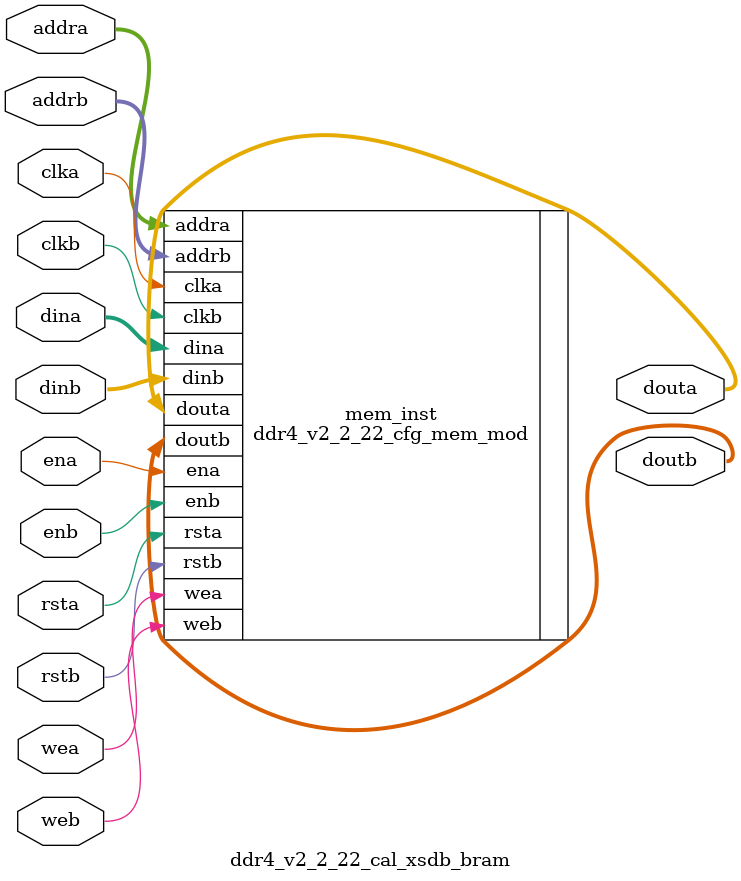
<source format=sv>
/******************************************************************************

******************************************************************************/
//   ____  ____
//  /   /\/   /
// /___/  \  /    Vendor             : AMD
// \   \   \/     Version            : 2.0
//  \   \         Application        : MIG
//  /   /         Filename           : ddr4_v2_2_22_cal_xsdb_bram.sv
// /___/   /\     Date Last Modified : $Date: 2015/04/23 $
// \   \  /  \    Date Created       : Tue May 13 2014
//  \___\/\___\
//
// Device           : UltraScale
// Design Name      : DDR4 SDRAM & DDR3 SDRAM
// Purpose          :
//                   ddr4_v2_2_22_cal_xsdb_bram module
// Reference        :
// Revision History :
//*****************************************************************************
`timescale 1ns / 1ps

(* bram_map="yes" *)

module ddr4_v2_2_22_cal_xsdb_bram
    #(	
    
		parameter       	  MEM                        	  =  "DDR4"
		,parameter       	  DBYTES                     	  =  8 //4
		,parameter            START_ADDRESS                   =  18
		,parameter  		  SPREAD_SHEET_VERSION            =  2
		,parameter            RTL_VERSION                     =  0
		,parameter            MEM_CODE                        =  0
		,parameter  		  MEMORY_TYPE                     =  (MEM == "DDR4") ? 2 : 1
		,parameter            MEMORY_CONFIGURATION            =  1
		,parameter            MEMORY_VOLTAGE                  =  1
        ,parameter            CLKFBOUT_MULT_PLL               =  4
        ,parameter            DIVCLK_DIVIDE_PLL               =  1
        ,parameter            CLKOUT0_DIVIDE_PLL              =  1
        ,parameter            CLKFBOUT_MULT_MMCM              =  4
        ,parameter            DIVCLK_DIVIDE_MMCM              =  1
        ,parameter            CLKOUT0_DIVIDE_MMCM             =  4
		,parameter  		  DQBITS	                      =  64
		,parameter			  NIBBLE                          =  DQBITS/4
		,parameter  		  BITS_PER_BYTE                   =  8 //DQBITS/DBYTES
		,parameter  		  SLOTS                   =  1
		,parameter  		  ABITS                           =  10
		,parameter  		  BABITS                          =  2
		,parameter       	  BGBITS              	          =  2
		,parameter       	  CKEBITS                  		  =  4
		,parameter       	  CSBITS             	          =  4
		,parameter       	  ODTBITS                    	  =  4
		,parameter       	  DRAM_WIDTH                 	  =  8      // # of DQ per DQS
		,parameter       	  RANKS                      	  =  4 // 1      //1, 2, 3, or 4
		,parameter            S_HEIGHT                        =  1
		,parameter       	  nCK_PER_CLK                	  =  1      // # of memory CKs per fabric CLK
        ,parameter            tCK                             =  2000		
		,parameter       	  DM_DBI_SETTING             	  =  7     //// 3bits requried all 7
		,parameter            BISC_EN                         =  0
		,parameter       	  USE_CS_PORT             	      =  1     //// 1 bit
		,parameter            EXTRA_CMD_DELAY                 =  0     //// 1 bit
		,parameter            REG_CTRL_ON                     =  0     // RDIMM register control
		,parameter            CA_MIRROR                       =  0     //// 1 bit
		,parameter       	  DQS_GATE                   	  =  7
		,parameter       	  WRLVL                      	  =  7
		,parameter       	  RDLVL                      	  =  7
		,parameter       	  RDLVL_DBI                       =  7
		,parameter       	  WR_DQS_DQ                  	  =  7
		,parameter       	  WR_DQS_DM_DBI                   =  7
		,parameter            WRITE_LAT                       =  7
		,parameter       	  RDLVL_COMPLEX                   =  3     ///2 bits required all 3
		,parameter       	  WR_DQS_COMPLEX                  =  3     ///2 bits required all 3
		,parameter       	  DQS_TRACKING               	  =  3
		,parameter       	  RD_VREF                    	  =  3
		,parameter       	  RD_VREF_PATTERN                 =  3
		,parameter       	  WR_VREF                    	  =  3
		,parameter       	  WR_VREF_PATTERN                 =  3
		,parameter       	  DQS_SAMPLE_CNT             	  =  127
		,parameter       	  WRLVL_SAMPLE_CNT           	  =  255
		,parameter       	  RDLVL_SAMPLE_CNT           	  =  127
		,parameter       	  COMPLEX_LOOP_CNT           	  =  255
		,parameter       	  IODELAY_QTR_CK_TAP_CNT     	  =  255
		,parameter       	  DEBUG_MESSAGES     	          =  0
		,parameter         	  MR0                     		  =  13'b0000000110000
		,parameter         	  MR1                     		  =  13'b0000100000001 //RTT_NOM=RZQ/4 (60 Ohm)
		,parameter         	  MR2                     		  =  13'b0000000011000
		,parameter         	  MR3                     		  =  13'b0000000000000
		,parameter         	  MR4                     		  =  13'b0000000000000
		,parameter         	  MR5                     		  =  13'b0010000000000
		,parameter         	  MR6                     		  =  13'b0100000000000
		,parameter            ODTWR                           = 16'h0000
		,parameter            ODTRD                           = 16'h0000
		,parameter            SLOT0_CONFIG                    = 0     // all 9 bits
		,parameter            SLOT1_CONFIG                    = 0     // all 9 bits
		,parameter            SLOT0_FUNC_CS                   = 0     // all 9 bits
		,parameter            SLOT1_FUNC_CS                   = 0     // all 9 bits
		,parameter            SLOT0_ODD_CS                    = 0     // all 9 bits
		,parameter            SLOT1_ODD_CS                    = 0     // all 9 bits
		,parameter            DDR4_REG_RC03                   = 0     // all 9 bits
		,parameter            DDR4_REG_RC04                   = 0     // all 9 bits
		,parameter            DDR4_REG_RC05                   = 0     // all 9 bits
		,parameter            DDR4_REG_RC3X                   = 0     // all 9 bits
		
		,parameter         	  MR0_0                   		  =  MR0[8:0]
		,parameter         	  MR0_1                   		  =  {5'b0,MR0[12:9]}
		,parameter         	  MR1_0                   		  =  MR1[8:0]
		,parameter         	  MR1_1                   		  =  {5'b0,MR1[12:9]}
		,parameter         	  MR2_0                   	 	  =  MR2[8:0]
		,parameter         	  MR2_1                   		  =  {5'b0,MR2[12:9]}
		,parameter         	  MR3_0                   		  =  MR3[8:0]
		,parameter         	  MR3_1                   		  =  {5'b0,MR3[12:9]}
		,parameter         	  MR4_0                   		  =  MR4[8:0]
		,parameter         	  MR4_1                   		  =  {5'b0,MR4[12:9]}
		,parameter         	  MR5_0                   		  =  MR5[8:0]
		,parameter         	  MR5_1                   		  =  {5'b0,MR5[12:9]}
		,parameter         	  MR6_0                   		  =  MR6[8:0]
		,parameter         	  MR6_1                   		  =  {5'b0,MR6[12:9]}
  
       ,parameter NUM_BRAMS    = 1
	   ,parameter SIZE         = 36 * 1024 * NUM_BRAMS
    // Specify INITs as 9 bit blocks (256 locations per blockRAM)
       ,parameter ADDR_WIDTH   = 16
	   ,parameter DATA_WIDTH   = 9
       ,parameter PIPELINE_REG = 1 
    )
  (
	
		clka,
		clkb,
		ena,
		enb,
		addra,
		addrb,
		dina,
		dinb,
		douta,
		doutb,
		wea,
		web,
		rsta,
		rstb
);
input clka;
input clkb;
input ena;
input enb;
input [ADDR_WIDTH-1:0]addra;
input [ADDR_WIDTH-1:0]addrb;
input [DATA_WIDTH-1:0]dina;
input [DATA_WIDTH-1:0]dinb;
input wea;
input web;
input rsta;
input rstb;
output reg [DATA_WIDTH-1:0]douta;
output reg [DATA_WIDTH-1:0]doutb;


// Initial values to the BlockRam 0
localparam [8:0] mem0_init_0 = {4'b0,START_ADDRESS[4:0]};
localparam [8:0] mem0_init_1 = 9'b0;
localparam [8:0] mem0_init_2 = 9'b0;
localparam [8:0] mem0_init_3 = {5'b0,SPREAD_SHEET_VERSION[3:0]};
localparam [8:0] mem0_init_4 = {6'b0,MEMORY_TYPE[2:0]};
localparam [8:0] mem0_init_5 = RANKS;
localparam [8:0] mem0_init_6 = DBYTES[8:0]; // MAN - repeats DBYTES parameter (may hardwire to BYTES for initial SW compatability)
localparam [8:0] mem0_init_7 = NIBBLE[8:0];
localparam [8:0] mem0_init_8 = BITS_PER_BYTE[8:0];
localparam [8:0] mem0_init_9 = 9'b1;
localparam [8:0] mem0_init_10 = 9'b1;
localparam [8:0] mem0_init_11 = 9'b1;
localparam [8:0] mem0_init_12 = SLOTS;
localparam [8:0] mem0_init_13 = 9'b0;
localparam [8:0] mem0_init_14 = 9'b0;
localparam [8:0] mem0_init_15 = 9'b0;
localparam [8:0] mem0_init_16 = 9'b0;
localparam [8:0] mem0_init_17 = 9'b0;
localparam [8:0] mem0_init_18 = RTL_VERSION[8:0];
localparam [8:0] mem0_init_19 = 9'b0;
localparam [8:0] mem0_init_20 = NUM_BRAMS[8:0];
localparam [8:0] mem0_init_21 = {BGBITS[1:0],BABITS[1:0],ABITS[4:0]};
localparam [8:0] mem0_init_22 = {ODTBITS[2:0],CSBITS[2:0],CKEBITS[2:0]};
localparam [8:0] mem0_init_23 = DBYTES[8:0];
localparam [8:0] mem0_init_24 = DRAM_WIDTH[8:0];
localparam [8:0] mem0_init_25 = {CA_MIRROR[0],REG_CTRL_ON[0],EXTRA_CMD_DELAY[0],USE_CS_PORT[0],BISC_EN[0],DM_DBI_SETTING[2:0],nCK_PER_CLK[0]};
localparam [8:0] mem0_init_26 = {RDLVL[2:0],WRLVL[2:0],DQS_GATE[2:0]};
localparam [8:0] mem0_init_27 = {WR_DQS_DM_DBI[2:0],WR_DQS_DQ[2:0],RDLVL_DBI[2:0]};
localparam [8:0] mem0_init_28 = {WR_DQS_COMPLEX[2:0],RDLVL_COMPLEX[2:0],WRITE_LAT[2:0]};
localparam [8:0] mem0_init_29 = {DEBUG_MESSAGES[0],RD_VREF_PATTERN[1:0],WR_VREF_PATTERN[1:0],RD_VREF[1:0],WR_VREF[1:0]};
localparam [8:0] mem0_init_30 = {7'b0,DQS_TRACKING[1:0]};
localparam [8:0] mem0_init_31 = DQS_SAMPLE_CNT[8:0];
localparam [8:0] mem0_init_32 = WRLVL_SAMPLE_CNT[8:0];
localparam [8:0] mem0_init_33 = RDLVL_SAMPLE_CNT[8:0];
localparam [8:0] mem0_init_34 = COMPLEX_LOOP_CNT[8:0];
localparam [8:0] mem0_init_35 = IODELAY_QTR_CK_TAP_CNT[8:0];
localparam [8:0] mem0_init_36 = {5'b0,S_HEIGHT[3:0]};
localparam [8:0] mem0_init_37 = 9'b0;
localparam [8:0] mem0_init_38 = 9'b0;
localparam [8:0] mem0_init_39 = 9'b0;
localparam [8:0] mem0_init_40 = {1'b0, ODTWR[7:0]};
localparam [8:0] mem0_init_41 = {1'b0, ODTWR[15:8]};
localparam [8:0] mem0_init_42 = {1'b0, ODTRD[7:0]};
localparam [8:0] mem0_init_43 = {1'b0, ODTRD[15:8]};
localparam [8:0] mem0_init_44 = SLOT0_CONFIG;
localparam [8:0] mem0_init_45 = SLOT1_CONFIG;
localparam [8:0] mem0_init_46 = SLOT0_FUNC_CS;
localparam [8:0] mem0_init_47 = SLOT1_FUNC_CS;
localparam [8:0] mem0_init_48 = SLOT0_ODD_CS;
localparam [8:0] mem0_init_49 = SLOT1_ODD_CS;
localparam [8:0] mem0_init_50 = DDR4_REG_RC03;
localparam [8:0] mem0_init_51 = DDR4_REG_RC04;
localparam [8:0] mem0_init_52 = DDR4_REG_RC05;
localparam [8:0] mem0_init_53 = DDR4_REG_RC3X;
localparam [8:0] mem0_init_54 = MR0_0[8:0];
localparam [8:0] mem0_init_55 = MR0_1[8:0];
localparam [8:0] mem0_init_56 = MR1_0[8:0];
localparam [8:0] mem0_init_57 = MR1_1[8:0];
localparam [8:0] mem0_init_58 = MR2_0[8:0];
localparam [8:0] mem0_init_59 = MR2_1[8:0];
localparam [8:0] mem0_init_60 = MR3_0[8:0];
localparam [8:0] mem0_init_61 = MR3_1[8:0];
localparam [8:0] mem0_init_62 = MR4_0[8:0];
localparam [8:0] mem0_init_63 = MR4_1[8:0];
localparam [8:0] mem0_init_64 = MR5_0[8:0];
localparam [8:0] mem0_init_65 = MR5_1[8:0];
localparam [8:0] mem0_init_66 = MR6_0[8:0];
localparam [8:0] mem0_init_67 = MR6_1[8:0];
localparam [8:0] mem0_init_68 = 9'b0;
localparam [8:0] mem0_init_69 = tCK[8:0];
localparam [8:0] mem0_init_70 = tCK[16:9];
localparam [8:0] mem0_init_71 = MEMORY_CONFIGURATION[8:0];
localparam [8:0] mem0_init_72 = MEMORY_VOLTAGE[8:0];
localparam [8:0] mem0_init_73 = CLKFBOUT_MULT_PLL[8:0];
localparam [8:0] mem0_init_74 = DIVCLK_DIVIDE_PLL[8:0];
localparam [8:0] mem0_init_75 = CLKFBOUT_MULT_MMCM[8:0];
localparam [8:0] mem0_init_76 = DIVCLK_DIVIDE_MMCM[8:0];
localparam [8:0] mem0_init_77 = 9'b0;
localparam [8:0] mem0_init_78 = 9'b0;
localparam [8:0] mem0_init_79 = 9'b0;
localparam [8:0] mem0_init_80 = 9'b0;
localparam [8:0] mem0_init_81 = 9'b0;
localparam [8:0] mem0_init_82 = 9'b0;
localparam [8:0] mem0_init_83 = 9'b0;
localparam [8:0] mem0_init_84 = 9'b0;
localparam [8:0] mem0_init_85 = 9'b0;
localparam [8:0] mem0_init_86 = 9'b0;
localparam [8:0] mem0_init_87 = 9'b0;
localparam [8:0] mem0_init_88 = 9'b0;
localparam [8:0] mem0_init_89 = 9'b0;
localparam [8:0] mem0_init_90 = 9'b0;
localparam [8:0] mem0_init_91 = 9'b0;
localparam [8:0] mem0_init_92 = 9'b0;
localparam [8:0] mem0_init_93 = 9'b0;
localparam [8:0] mem0_init_94 = 9'b0;
localparam [8:0] mem0_init_95 = 9'b0;
localparam [8:0] mem0_init_96 = 9'b0;
localparam [8:0] mem0_init_97 = 9'b0;
localparam [8:0] mem0_init_98 = 9'b0;
localparam [8:0] mem0_init_99 = 9'b0;
localparam [8:0] mem0_init_100 = 9'b0;
localparam [8:0] mem0_init_101 = 9'b0;
localparam [8:0] mem0_init_102 = 9'b0;
localparam [8:0] mem0_init_103 = 9'b0;
localparam [8:0] mem0_init_104 = 9'b0;
localparam [8:0] mem0_init_105 = 9'b0;
localparam [8:0] mem0_init_106 = 9'b0;
localparam [8:0] mem0_init_107 = 9'b0;
localparam [8:0] mem0_init_108 = 9'b0;
localparam [8:0] mem0_init_109 = 9'b0;
localparam [8:0] mem0_init_110 = 9'b0;
localparam [8:0] mem0_init_111 = 9'b0;
localparam [8:0] mem0_init_112 = 9'b0;
localparam [8:0] mem0_init_113 = 9'b0;
localparam [8:0] mem0_init_114 = 9'b0;
localparam [8:0] mem0_init_115 = 9'b0;
localparam [8:0] mem0_init_116 = 9'b0;
localparam [8:0] mem0_init_117 = 9'b0;
localparam [8:0] mem0_init_118 = 9'b0;
localparam [8:0] mem0_init_119 = 9'b0;
localparam [8:0] mem0_init_120 = 9'b0;
localparam [8:0] mem0_init_121 = 9'b0;
localparam [8:0] mem0_init_122 = 9'b0;
localparam [8:0] mem0_init_123 = 9'b0;
localparam [8:0] mem0_init_124 = 9'b0;
localparam [8:0] mem0_init_125 = 9'b0;
localparam [8:0] mem0_init_126 = 9'b0;
localparam [8:0] mem0_init_127 = 9'b0;
localparam [8:0] mem0_init_128 = 9'b0;
localparam [8:0] mem0_init_129 = 9'b0;
localparam [8:0] mem0_init_130 = 9'b0;
localparam [8:0] mem0_init_131 = 9'b0;
localparam [8:0] mem0_init_132 = 9'b0;
localparam [8:0] mem0_init_133 = 9'b0;
localparam [8:0] mem0_init_134 = 9'b0;
localparam [8:0] mem0_init_135 = 9'b0;
localparam [8:0] mem0_init_136 = 9'b0;
localparam [8:0] mem0_init_137 = 9'b0;
localparam [8:0] mem0_init_138 = 9'b0;
localparam [8:0] mem0_init_139 = 9'b0;
localparam [8:0] mem0_init_140 = 9'b0;
localparam [8:0] mem0_init_141 = 9'b0;
localparam [8:0] mem0_init_142 = 9'b0;
localparam [8:0] mem0_init_143 = 9'b0;
localparam [8:0] mem0_init_144 = 9'b0;
localparam [8:0] mem0_init_145 = 9'b0;
localparam [8:0] mem0_init_146 = 9'b0;
localparam [8:0] mem0_init_147 = 9'b0;
localparam [8:0] mem0_init_148 = 9'b0;
localparam [8:0] mem0_init_149 = 9'b0;
localparam [8:0] mem0_init_150 = 9'b0;
localparam [8:0] mem0_init_151 = 9'b0;
localparam [8:0] mem0_init_152 = 9'b0;
localparam [8:0] mem0_init_153 = 9'b0;
localparam [8:0] mem0_init_154 = 9'b0;
localparam [8:0] mem0_init_155 = 9'b0;
localparam [8:0] mem0_init_156 = 9'b0;
localparam [8:0] mem0_init_157 = 9'b0;
localparam [8:0] mem0_init_158 = 9'b0;
localparam [8:0] mem0_init_159 = 9'b0;
localparam [8:0] mem0_init_160 = 9'b0;
localparam [8:0] mem0_init_161 = 9'b0;
localparam [8:0] mem0_init_162 = 9'b0;
localparam [8:0] mem0_init_163 = 9'b0;
localparam [8:0] mem0_init_164 = 9'b0;
localparam [8:0] mem0_init_165 = 9'b0;
localparam [8:0] mem0_init_166 = 9'b0;
localparam [8:0] mem0_init_167 = 9'b0;
localparam [8:0] mem0_init_168 = 9'b0;
localparam [8:0] mem0_init_169 = 9'b0;
localparam [8:0] mem0_init_170 = 9'b0;
localparam [8:0] mem0_init_171 = 9'b0;
localparam [8:0] mem0_init_172 = 9'b0;
localparam [8:0] mem0_init_173 = 9'b0;
localparam [8:0] mem0_init_174 = 9'b0;
localparam [8:0] mem0_init_175 = 9'b0;
localparam [8:0] mem0_init_176 = 9'b0;
localparam [8:0] mem0_init_177 = 9'b0;
localparam [8:0] mem0_init_178 = 9'b0;
localparam [8:0] mem0_init_179 = 9'b0;
localparam [8:0] mem0_init_180 = 9'b0;
localparam [8:0] mem0_init_181 = 9'b0;
localparam [8:0] mem0_init_182 = 9'b0;
localparam [8:0] mem0_init_183 = 9'b0;
localparam [8:0] mem0_init_184 = 9'b0;
localparam [8:0] mem0_init_185 = 9'b0;
localparam [8:0] mem0_init_186 = 9'b0;
localparam [8:0] mem0_init_187 = 9'b0;
localparam [8:0] mem0_init_188 = 9'b0;
localparam [8:0] mem0_init_189 = 9'b0;
localparam [8:0] mem0_init_190 = 9'b0;
localparam [8:0] mem0_init_191 = 9'b0;
localparam [8:0] mem0_init_192 = 9'b0;
localparam [8:0] mem0_init_193 = 9'b0;
localparam [8:0] mem0_init_194 = 9'b0;
localparam [8:0] mem0_init_195 = 9'b0;
localparam [8:0] mem0_init_196 = 9'b0;
localparam [8:0] mem0_init_197 = 9'b0;
localparam [8:0] mem0_init_198 = 9'b0;
localparam [8:0] mem0_init_199 = 9'b0;
localparam [8:0] mem0_init_200 = 9'b0;
localparam [8:0] mem0_init_201 = 9'b0;
localparam [8:0] mem0_init_202 = 9'b0;
localparam [8:0] mem0_init_203 = 9'b0;
localparam [8:0] mem0_init_204 = 9'b0;
localparam [8:0] mem0_init_205 = 9'b0;
localparam [8:0] mem0_init_206 = 9'b0;
localparam [8:0] mem0_init_207 = 9'b0;
localparam [8:0] mem0_init_208 = 9'b0;
localparam [8:0] mem0_init_209 = 9'b0;
localparam [8:0] mem0_init_210 = 9'b0;
localparam [8:0] mem0_init_211 = 9'b0;
localparam [8:0] mem0_init_212 = 9'b0;
localparam [8:0] mem0_init_213 = 9'b0;
localparam [8:0] mem0_init_214 = 9'b0;
localparam [8:0] mem0_init_215 = 9'b0;
localparam [8:0] mem0_init_216 = 9'b0;
localparam [8:0] mem0_init_217 = 9'b0;
localparam [8:0] mem0_init_218 = 9'b0;
localparam [8:0] mem0_init_219 = 9'b0;
localparam [8:0] mem0_init_220 = 9'b0;
localparam [8:0] mem0_init_221 = 9'b0;
localparam [8:0] mem0_init_222 = 9'b0;
localparam [8:0] mem0_init_223 = 9'b0;
localparam [8:0] mem0_init_224 = 9'b0;
localparam [8:0] mem0_init_225 = 9'b0;
localparam [8:0] mem0_init_226 = 9'b0;
localparam [8:0] mem0_init_227 = 9'b0;
localparam [8:0] mem0_init_228 = 9'b0;
localparam [8:0] mem0_init_229 = 9'b0;
localparam [8:0] mem0_init_230 = 9'b0;
localparam [8:0] mem0_init_231 = 9'b0;
localparam [8:0] mem0_init_232 = 9'b0;
localparam [8:0] mem0_init_233 = 9'b0;
localparam [8:0] mem0_init_234 = 9'b0;
localparam [8:0] mem0_init_235 = 9'b0;
localparam [8:0] mem0_init_236 = 9'b0;
localparam [8:0] mem0_init_237 = 9'b0;
localparam [8:0] mem0_init_238 = 9'b0;
localparam [8:0] mem0_init_239 = 9'b0;
localparam [8:0] mem0_init_240 = 9'b0;
localparam [8:0] mem0_init_241 = 9'b0;
localparam [8:0] mem0_init_242 = 9'b0;
localparam [8:0] mem0_init_243 = 9'b0;
localparam [8:0] mem0_init_244 = 9'b0;
localparam [8:0] mem0_init_245 = 9'b0;
localparam [8:0] mem0_init_246 = 9'b0;
localparam [8:0] mem0_init_247 = 9'b0;
localparam [8:0] mem0_init_248 = 9'b0;
localparam [8:0] mem0_init_249 = 9'b0;
localparam [8:0] mem0_init_250 = 9'b0;
localparam [8:0] mem0_init_251 = 9'b0;
localparam [8:0] mem0_init_252 = 9'b0;
localparam [8:0] mem0_init_253 = 9'b0;
localparam [8:0] mem0_init_254 = 9'b0;
localparam [8:0] mem0_init_255 = 9'b0;

localparam [256*9-1:0] INIT_BRAM0 = {mem0_init_255,mem0_init_254,mem0_init_253,mem0_init_252,mem0_init_251,mem0_init_250,mem0_init_249,mem0_init_248,mem0_init_247,mem0_init_246,mem0_init_245,mem0_init_244,mem0_init_243,mem0_init_242,mem0_init_241,mem0_init_240,mem0_init_239,mem0_init_238,mem0_init_237,mem0_init_236,mem0_init_235,mem0_init_234,mem0_init_233,mem0_init_232,mem0_init_231,mem0_init_230,mem0_init_229,mem0_init_228,mem0_init_227,mem0_init_226,mem0_init_225,mem0_init_224,mem0_init_223,mem0_init_222,mem0_init_221,mem0_init_220,mem0_init_219,mem0_init_218,mem0_init_217,mem0_init_216,mem0_init_215,mem0_init_214,mem0_init_213,mem0_init_212,mem0_init_211,mem0_init_210,mem0_init_209,mem0_init_208,mem0_init_207,mem0_init_206,mem0_init_205,mem0_init_204,mem0_init_203,mem0_init_202,mem0_init_201,mem0_init_200,mem0_init_199,mem0_init_198,mem0_init_197,mem0_init_196,mem0_init_195,mem0_init_194,mem0_init_193,mem0_init_192,mem0_init_191,mem0_init_190,mem0_init_189,mem0_init_188,mem0_init_187,mem0_init_186,mem0_init_185,mem0_init_184,mem0_init_183,mem0_init_182,mem0_init_181,mem0_init_180,mem0_init_179,mem0_init_178,mem0_init_177,mem0_init_176,mem0_init_175,mem0_init_174,mem0_init_173,mem0_init_172,mem0_init_171,mem0_init_170,mem0_init_169,mem0_init_168,mem0_init_167,mem0_init_166,mem0_init_165,mem0_init_164,mem0_init_163,mem0_init_162,mem0_init_161,mem0_init_160,mem0_init_159,mem0_init_158,mem0_init_157,mem0_init_156,mem0_init_155,mem0_init_154,mem0_init_153,mem0_init_152,mem0_init_151,mem0_init_150,mem0_init_149,mem0_init_148,mem0_init_147,mem0_init_146,mem0_init_145,mem0_init_144,mem0_init_143,mem0_init_142,mem0_init_141,mem0_init_140,mem0_init_139,mem0_init_138,mem0_init_137,mem0_init_136,mem0_init_135,mem0_init_134,mem0_init_133,mem0_init_132,mem0_init_131,mem0_init_130,mem0_init_129,mem0_init_128,mem0_init_127,mem0_init_126,mem0_init_125,mem0_init_124,mem0_init_123,mem0_init_122,mem0_init_121,mem0_init_120,mem0_init_119,mem0_init_118,mem0_init_117,mem0_init_116,mem0_init_115,mem0_init_114,mem0_init_113,mem0_init_112,mem0_init_111,mem0_init_110,mem0_init_109,mem0_init_108,mem0_init_107,mem0_init_106,mem0_init_105,mem0_init_104,mem0_init_103,mem0_init_102,mem0_init_101,mem0_init_100,mem0_init_99,mem0_init_98,mem0_init_97,mem0_init_96,mem0_init_95,mem0_init_94,mem0_init_93,mem0_init_92,mem0_init_91,mem0_init_90,mem0_init_89,mem0_init_88,mem0_init_87,mem0_init_86,mem0_init_85,mem0_init_84,mem0_init_83,mem0_init_82,mem0_init_81,mem0_init_80,mem0_init_79,mem0_init_78,mem0_init_77,mem0_init_76,mem0_init_75,mem0_init_74,mem0_init_73,mem0_init_72,mem0_init_71,mem0_init_70,mem0_init_69,mem0_init_68,mem0_init_67,mem0_init_66,mem0_init_65,mem0_init_64,mem0_init_63,mem0_init_62,mem0_init_61,mem0_init_60,mem0_init_59,mem0_init_58,mem0_init_57,mem0_init_56,mem0_init_55,mem0_init_54,mem0_init_53,mem0_init_52,mem0_init_51,mem0_init_50,mem0_init_49,mem0_init_48,mem0_init_47,mem0_init_46,mem0_init_45,mem0_init_44,mem0_init_43,mem0_init_42,mem0_init_41,mem0_init_40,mem0_init_39,mem0_init_38,mem0_init_37,mem0_init_36,mem0_init_35,mem0_init_34,mem0_init_33,mem0_init_32,mem0_init_31,mem0_init_30,mem0_init_29,mem0_init_28,mem0_init_27,mem0_init_26,mem0_init_25,mem0_init_24,mem0_init_23,mem0_init_22,mem0_init_21,mem0_init_20,mem0_init_19,mem0_init_18,mem0_init_17,mem0_init_16,mem0_init_15,mem0_init_14,mem0_init_13,mem0_init_12,mem0_init_11,mem0_init_10,mem0_init_9,mem0_init_8,mem0_init_7,mem0_init_6,mem0_init_5,mem0_init_4,mem0_init_3,mem0_init_2,mem0_init_1,mem0_init_0};

// Populate INIT's for rest of BlockRAMs if required
localparam [256*9*NUM_BRAMS-1:0] INIT = ( NUM_BRAMS == 1 ) ? INIT_BRAM0 : ( NUM_BRAMS == 2 ) ? {2304'b0 ,INIT_BRAM0} : {{2{2304'b0}} ,INIT_BRAM0};

ddr4_v2_2_22_cfg_mem_mod # (
               .SIZE(SIZE),
               .INIT(INIT),
               .ADDR_WIDTH(ADDR_WIDTH),
               .DATA_WIDTH(9),
               .PIPELINE_REG(PIPELINE_REG)
              )
     mem_inst (
                .clka(clka),
                .clkb(clkb),
                .ena(ena),
                .enb(enb),
                .addra(addra),
                .addrb(addrb),
                .dina(dina),
                .dinb(dinb),
                .wea(wea),
                .web(web),
                .rsta(rsta),
                .rstb(rstb),
                .douta(douta),
                .doutb(doutb)
               );

endmodule


</source>
